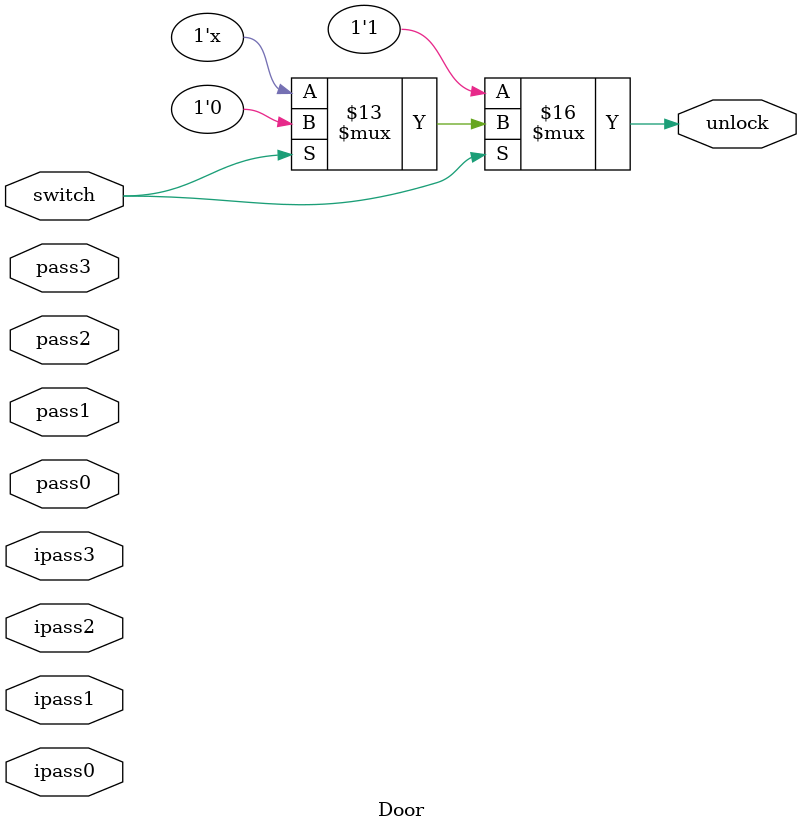
<source format=v>
`timescale 1ns / 1ps
module Door(pass0, pass1, pass2, pass3, ipass0, ipass1, ipass2, ipass3, switch, unlock
    );
		input [3:0] pass0;
		input [3:0] pass1;
		input [3:0] pass2;
		input [3:0] pass3;
		
		input [3:0] ipass0;
		input [3:0] ipass1;
		input [3:0] ipass2;
		input [3:0] ipass3;
		
		input switch;
		output reg unlock;
		
		always @(ipass0 or ipass1 or ipass2 or ipass3)
			begin
				if (switch == 1)
					if (pass0 == ipass0 && pass1 == ipass1 && pass2 == ipass2 && pass3 == ipass3)
						begin
							unlock = 1;
							#100;
							unlock = 0;
						end
					else
						unlock = 0;
				else
					unlock = 1;
			end

endmodule

</source>
